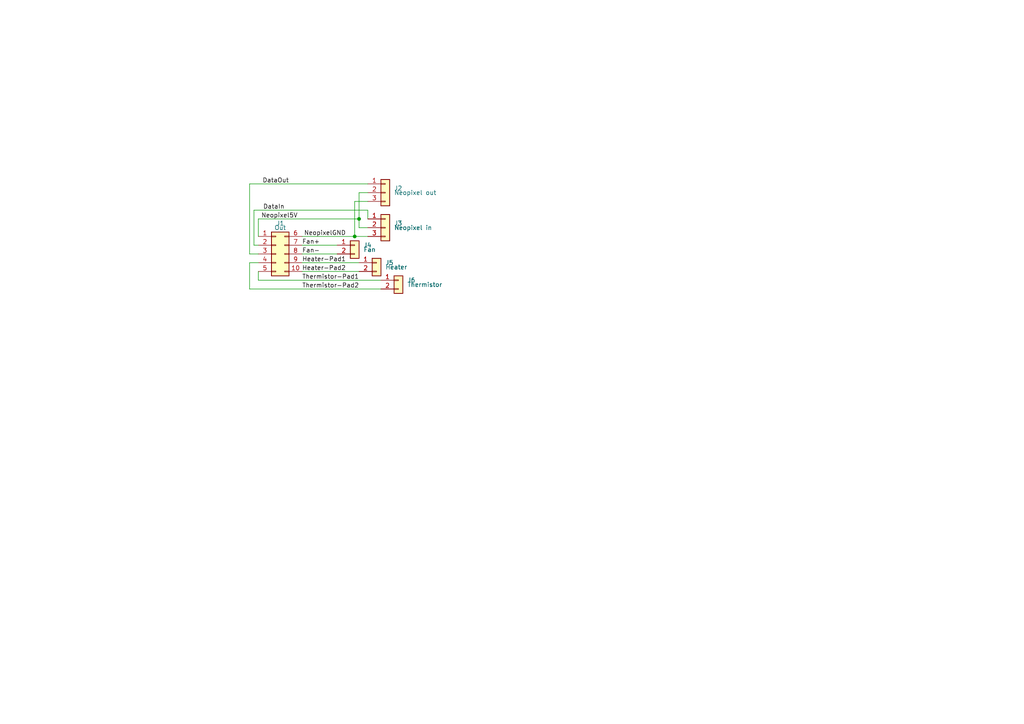
<source format=kicad_sch>
(kicad_sch (version 20230121) (generator eeschema)
  (paper "A4")
  (lib_symbols
    (symbol "Connector_Generic:Conn_01x02" (pin_names (offset 1.016) hide)
      (property "Reference" "J" (at 0 2.54 0))
      (property "Value" "Conn_01x02" (at 0 -5.08 0))
      (symbol "Conn_01x02_1_1"
        (rectangle (start -1.27 -2.413) (end 0 -2.667) (stroke (width 0.1524)))
        (rectangle (start -1.27 0.127) (end 0 -0.127) (stroke (width 0.1524)))
        (rectangle (start -1.27 1.27) (end 1.27 -3.81) (stroke (width 0.254)) (fill (type background)))
        (pin passive line (at -5.08 0 0) (length 3.81) (name "Pin_1") (number "1"))
        (pin passive line (at -5.08 -2.54 0) (length 3.81) (name "Pin_2") (number "2"))
      )
    )
    (symbol "Connector_Generic:Conn_01x03" (pin_names (offset 1.016) hide)
      (property "Reference" "J" (at 0 5.08 0))
      (property "Value" "Conn_01x03" (at 0 -5.08 0))
      (symbol "Conn_01x03_1_1"
        (rectangle (start -1.27 -2.413) (end 0 -2.667) (stroke (width 0.1524)))
        (rectangle (start -1.27 0.127) (end 0 -0.127) (stroke (width 0.1524)))
        (rectangle (start -1.27 2.667) (end 0 2.413) (stroke (width 0.1524)))
        (rectangle (start -1.27 3.81) (end 1.27 -3.81) (stroke (width 0.254)) (fill (type background)))
        (pin passive line (at -5.08 2.54 0) (length 3.81) (name "Pin_1") (number "1"))
        (pin passive line (at -5.08 0 0) (length 3.81) (name "Pin_2") (number "2"))
        (pin passive line (at -5.08 -2.54 0) (length 3.81) (name "Pin_3") (number "3"))
      )
    )
    (symbol "Connector_Generic:Conn_02x05_Top_Bottom" (pin_names (offset 1.016) hide)
      (property "Reference" "J" (at 1.27 7.62 0))
      (property "Value" "Conn_02x05_Top_Bottom" (at 1.27 -7.62 0))
      (symbol "Conn_02x05_Top_Bottom_1_1"
        (rectangle (start -1.27 -4.953) (end 0 -5.207) (stroke (width 0.1524)))
        (rectangle (start -1.27 -2.413) (end 0 -2.667) (stroke (width 0.1524)))
        (rectangle (start -1.27 0.127) (end 0 -0.127) (stroke (width 0.1524)))
        (rectangle (start -1.27 2.667) (end 0 2.413) (stroke (width 0.1524)))
        (rectangle (start -1.27 5.207) (end 0 4.953) (stroke (width 0.1524)))
        (rectangle (start -1.27 6.35) (end 3.81 -6.35) (stroke (width 0.254)) (fill (type background)))
        (rectangle (start 3.81 -4.953) (end 2.54 -5.207) (stroke (width 0.1524)))
        (rectangle (start 3.81 -2.413) (end 2.54 -2.667) (stroke (width 0.1524)))
        (rectangle (start 3.81 0.127) (end 2.54 -0.127) (stroke (width 0.1524)))
        (rectangle (start 3.81 2.667) (end 2.54 2.413) (stroke (width 0.1524)))
        (rectangle (start 3.81 5.207) (end 2.54 4.953) (stroke (width 0.1524)))
        (pin passive line (at -5.08 5.08 0) (length 3.81) (name "Pin_1") (number "1"))
        (pin passive line (at 7.62 -5.08 180) (length 3.81) (name "Pin_10") (number "10"))
        (pin passive line (at -5.08 2.54 0) (length 3.81) (name "Pin_2") (number "2"))
        (pin passive line (at -5.08 0 0) (length 3.81) (name "Pin_3") (number "3"))
        (pin passive line (at -5.08 -2.54 0) (length 3.81) (name "Pin_4") (number "4"))
        (pin passive line (at -5.08 -5.08 0) (length 3.81) (name "Pin_5") (number "5"))
        (pin passive line (at 7.62 5.08 180) (length 3.81) (name "Pin_6") (number "6"))
        (pin passive line (at 7.62 2.54 180) (length 3.81) (name "Pin_7") (number "7"))
        (pin passive line (at 7.62 0 180) (length 3.81) (name "Pin_8") (number "8"))
        (pin passive line (at 7.62 -2.54 180) (length 3.81) (name "Pin_9") (number "9"))
      )
    )
  )
  (junction (at 102.87 68.58))
  (junction (at 104.14 63.5))
  (wire (pts (xy 102.87 68.58) (xy 106.68 68.58)))
  (wire (pts (xy 72.39 53.34) (xy 106.68 53.34)))
  (wire (pts (xy 74.93 63.5) (xy 104.14 63.5)))
  (wire (pts (xy 73.66 60.96) (xy 106.68 60.96)))
  (wire (pts (xy 102.87 58.42) (xy 106.68 58.42)))
  (wire (pts (xy 106.68 66.04) (xy 104.14 66.04)))
  (wire (pts (xy 74.93 78.74) (xy 74.93 81.28)))
  (wire (pts (xy 87.63 73.66) (xy 97.79 73.66)))
  (wire (pts (xy 73.66 60.96) (xy 73.66 71.12)))
  (wire (pts (xy 87.63 71.12) (xy 97.79 71.12)))
  (wire (pts (xy 87.63 68.58) (xy 102.87 68.58)))
  (wire (pts (xy 74.93 63.5) (xy 74.93 68.58)))
  (wire (pts (xy 102.87 58.42) (xy 102.87 68.58)))
  (wire (pts (xy 72.39 76.2) (xy 72.39 83.82)))
  (wire (pts (xy 104.14 55.88) (xy 104.14 63.5)))
  (wire (pts (xy 72.39 73.66) (xy 74.93 73.66)))
  (wire (pts (xy 104.14 55.88) (xy 106.68 55.88)))
  (wire (pts (xy 106.68 60.96) (xy 106.68 63.5)))
  (wire (pts (xy 87.63 78.74) (xy 104.14 78.74)))
  (wire (pts (xy 72.39 76.2) (xy 74.93 76.2)))
  (wire (pts (xy 72.39 83.82) (xy 110.49 83.82)))
  (wire (pts (xy 72.39 53.34) (xy 72.39 73.66)))
  (wire (pts (xy 87.63 76.2) (xy 104.14 76.2)))
  (wire (pts (xy 74.93 81.28) (xy 110.49 81.28)))
  (wire (pts (xy 73.66 71.12) (xy 74.93 71.12)))
  (wire (pts (xy 104.14 66.04) (xy 104.14 63.5)))
  (label "Thermistor-Pad1" (at 104.14 81.28 180))
  (label "NeopixelGND" (at 100.33 68.58 180))
  (label "Fan+" (at 87.63 71.12 0))
  (label "DataOut" (at 83.82 53.34 180))
  (label "DataIn" (at 82.55 60.96 180))
  (label "Fan-" (at 87.63 73.66 0))
  (label "Heater-Pad2" (at 100.33 78.74 180))
  (label "Neopixel5V" (at 86.36 63.5 180))
  (label "Heater-Pad1" (at 87.63 76.2 0))
  (label "Thermistor-Pad2" (at 104.14 83.82 180))
  (symbol (lib_id "Connector_Generic:Conn_01x02") (at 102.87 71.12 0) (unit 1)
    (property "Reference" "J4" (at 105.41 71.1199 0) (effects (justify left)))
    (property "Value" "Fan" (at 105.41 72.39 0) (effects (justify left)))
    (property "Footprint" "Connector_JST:JST_XH_B2B-XH-A_1x02_P2.50mm_Vertical" (effects hide))
  )
  (symbol (lib_id "Connector_Generic:Conn_01x02") (at 115.57 81.28 0) (unit 1)
    (property "Reference" "J6" (at 118.11 81.2799 0) (effects (justify left)))
    (property "Value" "Thermistor" (at 118.11 82.5499 0) (effects (justify left)))
    (property "Footprint" "Connector_JST:JST_XH_B2B-XH-A_1x02_P2.50mm_Vertical" (effects hide))
  )
  (symbol (lib_id "Connector_Generic:Conn_02x05_Top_Bottom") (at 80.01 73.66 0) (unit 1)
    (property "Reference" "J1" (at 81.28 64.77 0))
    (property "Value" "Out" (at 81.28 66.04 0))
    (property "Footprint" "KiriPCB:Molex_Micro-Fit_3.0_43045-1000_2x05_P3.00mm_Horizontal" (effects hide))
  )
  (symbol (lib_id "Connector_Generic:Conn_01x03") (at 111.76 55.88 0) (unit 1)
    (property "Reference" "J2" (at 114.3 54.6099 0) (effects (justify left)))
    (property "Value" "Neopixel out" (at 114.3 55.88 0) (effects (justify left)))
    (property "Footprint" "Connector_JST:JST_XH_B3B-XH-A_1x03_P2.50mm_Vertical" (effects hide))
  )
  (symbol (lib_id "Connector_Generic:Conn_01x02") (at 109.22 76.2 0) (unit 1)
    (property "Reference" "J5" (at 111.76 76.1999 0) (effects (justify left)))
    (property "Value" "Heater" (at 111.76 77.47 0) (effects (justify left)))
    (property "Footprint" "KiriPCB:METZ CONNECT USA Inc. - TERM BLK 2P SIDE ENT 5.08MM PCB" (effects hide))
  )
  (symbol (lib_id "Connector_Generic:Conn_01x03") (at 111.76 66.04 0) (unit 1)
    (property "Reference" "J3" (at 114.3 64.7699 0) (effects (justify left)))
    (property "Value" "Neopixel in" (at 114.3 66.04 0) (effects (justify left)))
    (property "Footprint" "Connector_JST:JST_XH_B3B-XH-A_1x03_P2.50mm_Vertical" (effects hide))
  )
)
</source>
